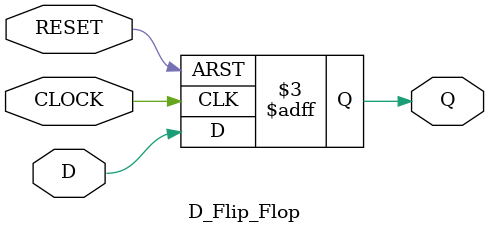
<source format=v>
module D_Flip_Flop(D,Q,RESET,CLOCK) ;
// D-ff with reset
input	D, RESET, CLOCK;
output 	Q;
reg	Q;

always @ (posedge CLOCK or posedge RESET)
	if(RESET==1)	Q = 0;
	else		Q = D;
endmodule

</source>
